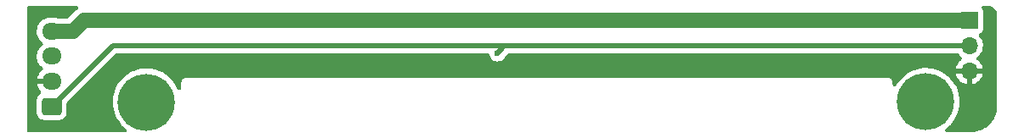
<source format=gbr>
%TF.GenerationSoftware,KiCad,Pcbnew,(6.0.6)*%
%TF.CreationDate,2023-03-10T08:43:37+05:30*%
%TF.ProjectId,ws2812-light,77733238-3132-42d6-9c69-6768742e6b69,rev?*%
%TF.SameCoordinates,Original*%
%TF.FileFunction,Copper,L2,Bot*%
%TF.FilePolarity,Positive*%
%FSLAX46Y46*%
G04 Gerber Fmt 4.6, Leading zero omitted, Abs format (unit mm)*
G04 Created by KiCad (PCBNEW (6.0.6)) date 2023-03-10 08:43:37*
%MOMM*%
%LPD*%
G01*
G04 APERTURE LIST*
G04 Aperture macros list*
%AMRoundRect*
0 Rectangle with rounded corners*
0 $1 Rounding radius*
0 $2 $3 $4 $5 $6 $7 $8 $9 X,Y pos of 4 corners*
0 Add a 4 corners polygon primitive as box body*
4,1,4,$2,$3,$4,$5,$6,$7,$8,$9,$2,$3,0*
0 Add four circle primitives for the rounded corners*
1,1,$1+$1,$2,$3*
1,1,$1+$1,$4,$5*
1,1,$1+$1,$6,$7*
1,1,$1+$1,$8,$9*
0 Add four rect primitives between the rounded corners*
20,1,$1+$1,$2,$3,$4,$5,0*
20,1,$1+$1,$4,$5,$6,$7,0*
20,1,$1+$1,$6,$7,$8,$9,0*
20,1,$1+$1,$8,$9,$2,$3,0*%
G04 Aperture macros list end*
%TA.AperFunction,ComponentPad*%
%ADD10C,5.700000*%
%TD*%
%TA.AperFunction,ComponentPad*%
%ADD11R,1.700000X1.700000*%
%TD*%
%TA.AperFunction,ComponentPad*%
%ADD12O,1.700000X1.700000*%
%TD*%
%TA.AperFunction,ComponentPad*%
%ADD13RoundRect,0.250000X0.725000X-0.600000X0.725000X0.600000X-0.725000X0.600000X-0.725000X-0.600000X0*%
%TD*%
%TA.AperFunction,ComponentPad*%
%ADD14O,1.950000X1.700000*%
%TD*%
%TA.AperFunction,ViaPad*%
%ADD15C,0.600000*%
%TD*%
%TA.AperFunction,ViaPad*%
%ADD16C,1.500000*%
%TD*%
%TA.AperFunction,ViaPad*%
%ADD17C,1.300000*%
%TD*%
%TA.AperFunction,ViaPad*%
%ADD18C,1.400000*%
%TD*%
%TA.AperFunction,Conductor*%
%ADD19C,0.400000*%
%TD*%
%TA.AperFunction,Conductor*%
%ADD20C,0.500000*%
%TD*%
%TA.AperFunction,Conductor*%
%ADD21C,1.500000*%
%TD*%
G04 APERTURE END LIST*
D10*
%TO.P,H2,1,1*%
%TO.N,unconnected-(H2-Pad1)*%
X164846000Y-119634000D03*
%TD*%
D11*
%TO.P,J2,1,Pin_1*%
%TO.N,+5V*%
X169175000Y-111475000D03*
D12*
%TO.P,J2,2,Pin_2*%
%TO.N,DOUT*%
X169175000Y-114015000D03*
%TO.P,J2,3,Pin_3*%
%TO.N,GND*%
X169175000Y-116555000D03*
%TD*%
D10*
%TO.P,H1,1,1*%
%TO.N,unconnected-(H1-Pad1)*%
X87200000Y-119675000D03*
%TD*%
D13*
%TO.P,J1,1,Pin_1*%
%TO.N,DOUT*%
X77750000Y-120100000D03*
D14*
%TO.P,J1,2,Pin_2*%
%TO.N,GND*%
X77750000Y-117600000D03*
%TO.P,J1,3,Pin_3*%
%TO.N,DIN*%
X77750000Y-115100000D03*
%TO.P,J1,4,Pin_4*%
%TO.N,+5V*%
X77750000Y-112600000D03*
%TD*%
D15*
%TO.N,GND*%
X123444000Y-116332000D03*
X117856000Y-116078000D03*
%TO.N,DOUT*%
X122174000Y-114808000D03*
D16*
%TO.N,+5V*%
X126777000Y-111475000D03*
X143541000Y-111475000D03*
D17*
X110000000Y-111400000D03*
D16*
X93503000Y-111475000D03*
X160051000Y-111475000D03*
D18*
X101631000Y-111475000D03*
D16*
X135159000Y-111475000D03*
X118649000Y-111475000D03*
X151415000Y-111475000D03*
%TD*%
D19*
%TO.N,GND*%
X118110000Y-116332000D02*
X117856000Y-116078000D01*
X123444000Y-116332000D02*
X118110000Y-116332000D01*
D20*
%TO.N,DOUT*%
X122651000Y-114331000D02*
X122174000Y-114808000D01*
X122651000Y-114015000D02*
X122651000Y-114331000D01*
X122651000Y-114015000D02*
X169175000Y-114015000D01*
X83835000Y-114015000D02*
X122651000Y-114015000D01*
D21*
%TO.N,+5V*%
X101631000Y-111475000D02*
X93503000Y-111475000D01*
X169175000Y-111475000D02*
X160051000Y-111475000D01*
X151415000Y-111475000D02*
X143541000Y-111475000D01*
X135159000Y-111475000D02*
X126777000Y-111475000D01*
X81000300Y-111475000D02*
X79875300Y-112600000D01*
X77750000Y-112600000D02*
X79875300Y-112600000D01*
X93503000Y-111475000D02*
X81000300Y-111475000D01*
X143541000Y-111475000D02*
X135159000Y-111475000D01*
X160051000Y-111475000D02*
X151415000Y-111475000D01*
X110013000Y-111475000D02*
X101631000Y-111475000D01*
X126777000Y-111475000D02*
X118649000Y-111475000D01*
X118649000Y-111475000D02*
X110013000Y-111475000D01*
D20*
%TO.N,DOUT*%
X77750000Y-120100000D02*
X83835000Y-114015000D01*
%TD*%
%TA.AperFunction,Conductor*%
%TO.N,GND*%
G36*
X170938125Y-110032671D02*
G01*
X171050835Y-110034224D01*
X171086697Y-110037987D01*
X171227607Y-110065861D01*
X171262208Y-110076037D01*
X171395769Y-110128888D01*
X171427968Y-110145145D01*
X171549792Y-110221235D01*
X171578523Y-110243034D01*
X171684618Y-110339873D01*
X171708940Y-110366499D01*
X171795806Y-110480891D01*
X171814927Y-110511476D01*
X171879714Y-110639664D01*
X171893000Y-110673198D01*
X171933586Y-110810983D01*
X171940600Y-110846366D01*
X171953158Y-110965585D01*
X171954253Y-110986039D01*
X171954255Y-110986973D01*
X171952272Y-111001015D01*
X171954310Y-111015047D01*
X171955404Y-111022580D01*
X171957469Y-111051296D01*
X171955788Y-113862325D01*
X171952299Y-119698481D01*
X171952152Y-119943995D01*
X171950551Y-119969064D01*
X171946956Y-119997225D01*
X171949180Y-120011228D01*
X171949277Y-120017575D01*
X171951041Y-120045277D01*
X171943491Y-120293408D01*
X171941459Y-120316351D01*
X171935689Y-120355529D01*
X171900856Y-120592026D01*
X171896187Y-120614581D01*
X171864837Y-120731467D01*
X171828977Y-120865170D01*
X171824001Y-120883721D01*
X171816758Y-120905582D01*
X171736776Y-121107080D01*
X171713951Y-121164583D01*
X171704230Y-121185460D01*
X171640141Y-121304560D01*
X171572186Y-121430843D01*
X171560115Y-121450461D01*
X171400608Y-121678930D01*
X171386352Y-121697022D01*
X171201501Y-121905542D01*
X171185250Y-121921864D01*
X171118973Y-121981139D01*
X170977542Y-122107628D01*
X170959524Y-122121954D01*
X170775635Y-122251539D01*
X170731745Y-122282468D01*
X170712181Y-122294624D01*
X170467378Y-122427743D01*
X170446541Y-122437557D01*
X170187999Y-122541494D01*
X170166173Y-122548832D01*
X169897347Y-122622198D01*
X169874813Y-122626966D01*
X169599325Y-122668775D01*
X169576390Y-122670907D01*
X169336418Y-122679262D01*
X169320919Y-122678154D01*
X169320890Y-122678977D01*
X169306726Y-122678476D01*
X169292768Y-122675971D01*
X169278670Y-122677484D01*
X169278665Y-122677484D01*
X169257852Y-122679718D01*
X169236483Y-122680855D01*
X166979931Y-122679341D01*
X166893603Y-122659576D01*
X166824398Y-122604311D01*
X166786026Y-122524492D01*
X166786085Y-122435929D01*
X166824565Y-122356162D01*
X166860582Y-122321204D01*
X167003673Y-122213768D01*
X167003678Y-122213764D01*
X167007973Y-122210539D01*
X167273592Y-121961977D01*
X167322134Y-121905542D01*
X167507305Y-121690261D01*
X167507309Y-121690256D01*
X167510813Y-121686182D01*
X167716861Y-121386381D01*
X167883872Y-121076207D01*
X167886768Y-121070829D01*
X167886768Y-121070828D01*
X167889325Y-121066080D01*
X167963373Y-120883721D01*
X168024163Y-120734015D01*
X168024165Y-120734008D01*
X168026188Y-120729027D01*
X168028758Y-120720007D01*
X168114171Y-120420164D01*
X168125850Y-120379164D01*
X168187143Y-120020583D01*
X168188712Y-119994939D01*
X168209177Y-119660326D01*
X168209351Y-119657481D01*
X168209433Y-119634000D01*
X168193789Y-119345139D01*
X168190052Y-119276136D01*
X168190051Y-119276129D01*
X168189760Y-119270751D01*
X168130972Y-118911752D01*
X168127794Y-118900290D01*
X168035198Y-118566402D01*
X168033756Y-118561202D01*
X167899249Y-118223201D01*
X167729025Y-117901704D01*
X167725442Y-117896411D01*
X167528090Y-117604924D01*
X167528089Y-117604923D01*
X167525075Y-117600471D01*
X167289785Y-117323027D01*
X167285881Y-117319322D01*
X167285876Y-117319317D01*
X167069113Y-117113617D01*
X167025908Y-117072617D01*
X166736530Y-116852170D01*
X166701005Y-116830740D01*
X167845009Y-116830740D01*
X167872906Y-116954525D01*
X167877773Y-116970054D01*
X167955637Y-117161812D01*
X167962987Y-117176363D01*
X168071126Y-117352829D01*
X168080734Y-117365958D01*
X168216257Y-117522409D01*
X168227885Y-117533796D01*
X168387134Y-117666007D01*
X168400458Y-117675337D01*
X168579171Y-117779769D01*
X168593840Y-117786797D01*
X168787206Y-117860636D01*
X168802833Y-117865176D01*
X168899028Y-117884747D01*
X168917477Y-117884310D01*
X168920736Y-117869209D01*
X169429000Y-117869209D01*
X169433330Y-117888179D01*
X169434690Y-117888834D01*
X169446404Y-117889402D01*
X169450212Y-117888915D01*
X169466132Y-117885531D01*
X169664385Y-117826052D01*
X169679534Y-117820115D01*
X169865396Y-117729061D01*
X169879392Y-117720718D01*
X170047884Y-117600534D01*
X170060321Y-117590025D01*
X170206931Y-117443925D01*
X170217474Y-117431537D01*
X170338255Y-117263454D01*
X170346643Y-117249492D01*
X170438349Y-117063941D01*
X170444336Y-117048819D01*
X170504506Y-116850776D01*
X170507946Y-116834867D01*
X170508425Y-116831228D01*
X170506608Y-116811858D01*
X170505497Y-116811130D01*
X170493633Y-116809000D01*
X169451423Y-116809000D01*
X169432453Y-116813330D01*
X169429000Y-116820500D01*
X169429000Y-117869209D01*
X168920736Y-117869209D01*
X168921000Y-117867987D01*
X168921000Y-116831423D01*
X168916670Y-116812453D01*
X168909500Y-116809000D01*
X167862533Y-116809000D01*
X167845034Y-116812994D01*
X167845009Y-116830740D01*
X166701005Y-116830740D01*
X166490367Y-116703675D01*
X166429650Y-116667048D01*
X166429645Y-116667045D01*
X166425036Y-116664265D01*
X166095071Y-116511100D01*
X166089969Y-116509373D01*
X165755594Y-116396193D01*
X165755590Y-116396192D01*
X165750494Y-116394467D01*
X165745242Y-116393303D01*
X165745236Y-116393301D01*
X165585536Y-116357897D01*
X165395336Y-116315731D01*
X165141675Y-116287726D01*
X165039097Y-116276401D01*
X165039095Y-116276401D01*
X165033752Y-116275811D01*
X164855060Y-116275499D01*
X164675353Y-116275185D01*
X164675346Y-116275185D01*
X164669972Y-116275176D01*
X164664623Y-116275748D01*
X164664616Y-116275748D01*
X164313601Y-116313261D01*
X164313598Y-116313261D01*
X164308250Y-116313833D01*
X164302997Y-116314978D01*
X164302993Y-116314979D01*
X163958089Y-116390181D01*
X163958086Y-116390182D01*
X163952820Y-116391330D01*
X163947710Y-116393040D01*
X163947702Y-116393042D01*
X163752069Y-116458500D01*
X163607838Y-116506759D01*
X163602947Y-116509009D01*
X163602941Y-116509011D01*
X163404936Y-116600084D01*
X163277340Y-116658771D01*
X162965192Y-116845588D01*
X162960904Y-116848831D01*
X162960898Y-116848835D01*
X162679336Y-117061778D01*
X162679330Y-117061783D01*
X162675046Y-117065023D01*
X162410296Y-117314511D01*
X162406796Y-117318609D01*
X162406795Y-117318610D01*
X162200889Y-117559696D01*
X162174040Y-117591132D01*
X162171015Y-117595566D01*
X162171010Y-117595573D01*
X161973215Y-117885531D01*
X161969040Y-117891651D01*
X161966501Y-117896406D01*
X161966498Y-117896411D01*
X161919043Y-117985286D01*
X161860990Y-118052169D01*
X161779667Y-118087241D01*
X161691181Y-118083554D01*
X161613057Y-118041840D01*
X161560768Y-117970360D01*
X161544500Y-117891555D01*
X161544500Y-117758741D01*
X161544504Y-117757525D01*
X161544800Y-117709102D01*
X161544976Y-117680279D01*
X161538217Y-117656630D01*
X161532566Y-117630155D01*
X161531090Y-117619847D01*
X161531090Y-117619846D01*
X161529080Y-117605813D01*
X161520696Y-117587373D01*
X161510513Y-117559696D01*
X161508845Y-117553859D01*
X161508844Y-117553857D01*
X161504949Y-117540229D01*
X161491827Y-117519432D01*
X161478970Y-117495604D01*
X161474660Y-117486125D01*
X161468792Y-117473218D01*
X161455575Y-117457879D01*
X161438030Y-117434168D01*
X161434790Y-117429033D01*
X161434788Y-117429031D01*
X161427224Y-117417042D01*
X161416598Y-117407657D01*
X161416596Y-117407655D01*
X161408783Y-117400754D01*
X161389768Y-117381505D01*
X161382969Y-117373615D01*
X161373713Y-117362873D01*
X161356716Y-117351856D01*
X161333228Y-117334027D01*
X161318049Y-117320622D01*
X161305215Y-117314596D01*
X161305210Y-117314593D01*
X161295787Y-117310169D01*
X161272132Y-117297030D01*
X161251485Y-117283648D01*
X161232081Y-117277845D01*
X161204531Y-117267326D01*
X161186200Y-117258719D01*
X161161893Y-117254934D01*
X161135502Y-117248962D01*
X161125515Y-117245975D01*
X161125512Y-117245975D01*
X161111934Y-117241914D01*
X161097762Y-117241827D01*
X161097759Y-117241827D01*
X161080907Y-117241724D01*
X161077043Y-117241701D01*
X161076853Y-117241693D01*
X161075614Y-117241500D01*
X161044741Y-117241500D01*
X161043525Y-117241496D01*
X160966279Y-117241024D01*
X160964790Y-117241450D01*
X160964050Y-117241500D01*
X91194741Y-117241500D01*
X91193525Y-117241496D01*
X91116279Y-117241024D01*
X91102652Y-117244919D01*
X91102650Y-117244919D01*
X91092630Y-117247783D01*
X91066155Y-117253434D01*
X91055847Y-117254910D01*
X91055846Y-117254910D01*
X91041813Y-117256920D01*
X91028909Y-117262787D01*
X91023373Y-117265304D01*
X90995696Y-117275487D01*
X90989859Y-117277155D01*
X90989857Y-117277156D01*
X90976229Y-117281051D01*
X90964241Y-117288615D01*
X90964239Y-117288616D01*
X90955432Y-117294173D01*
X90931605Y-117307029D01*
X90909218Y-117317208D01*
X90898478Y-117326463D01*
X90898477Y-117326463D01*
X90893879Y-117330425D01*
X90870168Y-117347970D01*
X90865033Y-117351210D01*
X90865031Y-117351212D01*
X90853042Y-117358776D01*
X90843657Y-117369402D01*
X90843655Y-117369404D01*
X90836754Y-117377217D01*
X90817505Y-117396232D01*
X90798873Y-117412287D01*
X90788019Y-117429033D01*
X90787859Y-117429280D01*
X90770027Y-117452772D01*
X90756622Y-117467951D01*
X90750596Y-117480785D01*
X90750593Y-117480790D01*
X90746169Y-117490213D01*
X90733030Y-117513868D01*
X90719648Y-117534515D01*
X90715586Y-117548098D01*
X90713846Y-117553917D01*
X90703326Y-117581469D01*
X90694719Y-117599800D01*
X90690934Y-117624107D01*
X90684962Y-117650498D01*
X90677914Y-117674066D01*
X90677827Y-117688238D01*
X90677827Y-117688241D01*
X90677701Y-117708954D01*
X90677693Y-117709147D01*
X90677500Y-117710386D01*
X90677500Y-117741259D01*
X90677496Y-117742474D01*
X90677024Y-117819721D01*
X90677450Y-117821210D01*
X90677500Y-117821950D01*
X90677500Y-118292026D01*
X90657793Y-118378369D01*
X90602574Y-118447610D01*
X90522782Y-118486037D01*
X90434218Y-118486037D01*
X90354426Y-118447610D01*
X90299207Y-118378369D01*
X90293603Y-118365606D01*
X90255240Y-118269204D01*
X90255240Y-118269203D01*
X90253249Y-118264201D01*
X90250231Y-118258500D01*
X90085545Y-117947464D01*
X90083025Y-117942704D01*
X90051683Y-117896411D01*
X89882090Y-117645924D01*
X89882089Y-117645923D01*
X89879075Y-117641471D01*
X89643785Y-117364027D01*
X89639881Y-117360322D01*
X89639876Y-117360317D01*
X89383813Y-117117323D01*
X89379908Y-117113617D01*
X89090530Y-116893170D01*
X88988171Y-116831423D01*
X88783650Y-116708048D01*
X88783645Y-116708045D01*
X88779036Y-116705265D01*
X88449071Y-116552100D01*
X88443969Y-116550373D01*
X88109594Y-116437193D01*
X88109590Y-116437192D01*
X88104494Y-116435467D01*
X88099242Y-116434303D01*
X88099236Y-116434301D01*
X87919553Y-116394467D01*
X87749336Y-116356731D01*
X87574048Y-116337379D01*
X87393097Y-116317401D01*
X87393095Y-116317401D01*
X87387752Y-116316811D01*
X87209060Y-116316499D01*
X87029353Y-116316185D01*
X87029346Y-116316185D01*
X87023972Y-116316176D01*
X87018623Y-116316748D01*
X87018616Y-116316748D01*
X86667601Y-116354261D01*
X86667598Y-116354261D01*
X86662250Y-116354833D01*
X86656997Y-116355978D01*
X86656993Y-116355979D01*
X86312089Y-116431181D01*
X86312086Y-116431182D01*
X86306820Y-116432330D01*
X86301710Y-116434040D01*
X86301702Y-116434042D01*
X86064622Y-116513368D01*
X85961838Y-116547759D01*
X85956947Y-116550009D01*
X85956941Y-116550011D01*
X85810056Y-116617571D01*
X85631340Y-116699771D01*
X85319192Y-116886588D01*
X85314904Y-116889831D01*
X85314898Y-116889835D01*
X85033336Y-117102778D01*
X85033330Y-117102783D01*
X85029046Y-117106023D01*
X84860021Y-117265304D01*
X84776709Y-117343814D01*
X84764296Y-117355511D01*
X84760796Y-117359609D01*
X84760795Y-117359610D01*
X84559264Y-117595573D01*
X84528040Y-117632132D01*
X84525015Y-117636566D01*
X84525010Y-117636573D01*
X84326074Y-117928203D01*
X84323040Y-117932651D01*
X84320503Y-117937402D01*
X84320502Y-117937404D01*
X84302905Y-117970360D01*
X84151694Y-118253552D01*
X84149691Y-118258535D01*
X84149689Y-118258539D01*
X84106649Y-118365606D01*
X84016009Y-118591081D01*
X84014554Y-118596256D01*
X84014553Y-118596260D01*
X83925872Y-118911752D01*
X83917569Y-118941290D01*
X83916683Y-118946587D01*
X83916681Y-118946594D01*
X83903277Y-119026697D01*
X83857528Y-119300082D01*
X83836587Y-119663259D01*
X83842076Y-119771609D01*
X83854689Y-120020583D01*
X83854992Y-120026574D01*
X83912527Y-120385777D01*
X83913949Y-120390975D01*
X84006430Y-120729027D01*
X84008519Y-120736664D01*
X84010494Y-120741677D01*
X84010494Y-120741678D01*
X84125695Y-121034133D01*
X84141845Y-121075133D01*
X84144344Y-121079893D01*
X84144345Y-121079895D01*
X84308265Y-121392115D01*
X84310946Y-121397222D01*
X84344749Y-121447526D01*
X84510836Y-121694691D01*
X84510842Y-121694698D01*
X84513843Y-121699165D01*
X84517313Y-121703286D01*
X84517317Y-121703291D01*
X84744699Y-121973315D01*
X84744704Y-121973320D01*
X84748163Y-121977428D01*
X84752043Y-121981136D01*
X84752046Y-121981139D01*
X84834768Y-122060190D01*
X85011165Y-122228758D01*
X85015440Y-122232038D01*
X85149130Y-122334623D01*
X85205633Y-122402820D01*
X85226951Y-122488780D01*
X85208862Y-122575476D01*
X85154948Y-122645738D01*
X85075887Y-122685649D01*
X85027986Y-122691500D01*
X75542220Y-122691500D01*
X75518746Y-122690111D01*
X75487666Y-122686419D01*
X75483467Y-122687124D01*
X75402871Y-122670754D01*
X75332323Y-122617215D01*
X75291991Y-122538369D01*
X75288153Y-122492227D01*
X75286985Y-122492297D01*
X75283856Y-122440046D01*
X75283500Y-122428150D01*
X75283500Y-110232500D01*
X75303207Y-110146157D01*
X75358426Y-110076916D01*
X75438218Y-110038489D01*
X75482500Y-110033500D01*
X80231595Y-110033500D01*
X80317938Y-110053207D01*
X80387179Y-110108426D01*
X80425606Y-110188218D01*
X80425606Y-110276782D01*
X80387179Y-110356574D01*
X80347720Y-110394105D01*
X80290657Y-110435109D01*
X80283787Y-110439830D01*
X80221523Y-110480729D01*
X80221519Y-110480732D01*
X80215425Y-110484735D01*
X80206122Y-110493024D01*
X80197500Y-110500706D01*
X80182657Y-110512597D01*
X80181843Y-110513299D01*
X80174646Y-110518471D01*
X80123251Y-110571506D01*
X80100675Y-110594803D01*
X80098482Y-110597030D01*
X79412298Y-111283214D01*
X79337310Y-111330333D01*
X79271584Y-111341500D01*
X78424513Y-111341500D01*
X78356614Y-111329558D01*
X78238099Y-111286539D01*
X78238096Y-111286538D01*
X78230175Y-111283663D01*
X78089351Y-111258198D01*
X78009768Y-111243807D01*
X78009766Y-111243807D01*
X78003308Y-111242639D01*
X77985835Y-111241815D01*
X77981512Y-111241611D01*
X77981507Y-111241611D01*
X77979156Y-111241500D01*
X77567110Y-111241500D01*
X77395280Y-111256080D01*
X77387119Y-111258198D01*
X77387120Y-111258198D01*
X77180279Y-111311883D01*
X77180275Y-111311885D01*
X77172128Y-111313999D01*
X77164457Y-111317455D01*
X77164450Y-111317457D01*
X76969610Y-111405226D01*
X76961925Y-111408688D01*
X76954932Y-111413396D01*
X76777673Y-111532733D01*
X76777668Y-111532737D01*
X76770681Y-111537441D01*
X76603865Y-111696576D01*
X76466246Y-111881542D01*
X76361760Y-112087051D01*
X76293393Y-112307227D01*
X76263102Y-112535774D01*
X76271751Y-112766158D01*
X76319093Y-112991791D01*
X76403776Y-113206221D01*
X76408148Y-113213425D01*
X76408150Y-113213430D01*
X76478806Y-113329867D01*
X76523377Y-113403317D01*
X76528908Y-113409691D01*
X76666462Y-113568208D01*
X76674477Y-113577445D01*
X76684191Y-113585410D01*
X76819088Y-113696019D01*
X76873361Y-113766005D01*
X76891893Y-113852607D01*
X76871014Y-113938674D01*
X76814860Y-114007159D01*
X76804044Y-114014980D01*
X76777675Y-114032732D01*
X76777672Y-114032734D01*
X76770681Y-114037441D01*
X76603865Y-114196576D01*
X76466246Y-114381542D01*
X76361760Y-114587051D01*
X76359260Y-114595103D01*
X76303866Y-114773500D01*
X76293393Y-114807227D01*
X76263102Y-115035774D01*
X76271751Y-115266158D01*
X76319093Y-115491791D01*
X76359288Y-115593571D01*
X76369910Y-115620466D01*
X76403776Y-115706221D01*
X76408148Y-115713425D01*
X76408150Y-115713430D01*
X76471883Y-115818458D01*
X76523377Y-115903317D01*
X76674477Y-116077445D01*
X76815569Y-116193133D01*
X76819491Y-116196349D01*
X76873763Y-116266334D01*
X76892296Y-116352937D01*
X76871417Y-116439004D01*
X76815263Y-116507489D01*
X76804451Y-116515308D01*
X76777981Y-116533129D01*
X76764901Y-116543645D01*
X76610341Y-116691090D01*
X76599207Y-116703675D01*
X76471701Y-116875050D01*
X76462857Y-116889313D01*
X76366041Y-117079734D01*
X76359728Y-117095282D01*
X76296382Y-117299289D01*
X76292777Y-117315684D01*
X76291705Y-117323774D01*
X76293504Y-117343146D01*
X76294575Y-117343849D01*
X76306527Y-117346000D01*
X77805000Y-117346000D01*
X77891343Y-117365707D01*
X77960584Y-117420926D01*
X77999011Y-117500718D01*
X78004000Y-117545000D01*
X78004000Y-117655000D01*
X77984293Y-117741343D01*
X77929074Y-117810584D01*
X77849282Y-117849011D01*
X77805000Y-117854000D01*
X76313116Y-117854000D01*
X76295265Y-117858074D01*
X76295115Y-117875076D01*
X76317843Y-117983399D01*
X76322670Y-117999487D01*
X76401127Y-118198153D01*
X76408600Y-118213208D01*
X76519407Y-118395811D01*
X76529314Y-118409397D01*
X76661366Y-118561574D01*
X76703071Y-118639703D01*
X76706746Y-118728190D01*
X76671665Y-118809509D01*
X76615782Y-118861218D01*
X76550652Y-118901522D01*
X76425695Y-119026697D01*
X76332885Y-119177262D01*
X76329247Y-119188232D01*
X76329245Y-119188235D01*
X76290364Y-119305459D01*
X76277203Y-119345139D01*
X76266500Y-119449600D01*
X76266500Y-120750400D01*
X76277474Y-120856166D01*
X76333450Y-121023946D01*
X76426522Y-121174348D01*
X76551697Y-121299305D01*
X76702262Y-121392115D01*
X76713232Y-121395753D01*
X76713235Y-121395755D01*
X76859830Y-121444378D01*
X76859833Y-121444379D01*
X76870139Y-121447797D01*
X76880939Y-121448904D01*
X76880941Y-121448904D01*
X76969550Y-121457983D01*
X76969558Y-121457983D01*
X76974600Y-121458500D01*
X78525400Y-121458500D01*
X78578133Y-121453029D01*
X78620336Y-121448650D01*
X78620339Y-121448649D01*
X78631166Y-121447526D01*
X78700962Y-121424240D01*
X78787977Y-121395210D01*
X78787980Y-121395208D01*
X78798946Y-121391550D01*
X78949348Y-121298478D01*
X79074305Y-121173303D01*
X79140399Y-121066080D01*
X79161049Y-121032579D01*
X79161049Y-121032578D01*
X79167115Y-121022738D01*
X79222797Y-120854861D01*
X79233500Y-120750400D01*
X79233500Y-119771609D01*
X79253207Y-119685266D01*
X79291786Y-119630895D01*
X84090895Y-114831786D01*
X84165883Y-114784667D01*
X84231609Y-114773500D01*
X121177752Y-114773500D01*
X121264095Y-114793207D01*
X121333336Y-114848426D01*
X121371763Y-114928218D01*
X121375802Y-114953081D01*
X121378163Y-114977160D01*
X121435418Y-115149273D01*
X121529380Y-115304424D01*
X121655382Y-115434902D01*
X121664695Y-115440997D01*
X121664696Y-115440997D01*
X121696433Y-115461765D01*
X121807159Y-115534222D01*
X121977168Y-115597448D01*
X121988187Y-115598918D01*
X121988190Y-115598919D01*
X122093340Y-115612949D01*
X122156961Y-115621438D01*
X122337600Y-115604998D01*
X122348180Y-115601560D01*
X122348182Y-115601560D01*
X122499527Y-115552385D01*
X122510108Y-115548947D01*
X122519660Y-115543253D01*
X122519662Y-115543252D01*
X122656357Y-115461765D01*
X122665912Y-115456069D01*
X122673967Y-115448398D01*
X122673970Y-115448396D01*
X122789210Y-115338654D01*
X122789211Y-115338652D01*
X122797266Y-115330982D01*
X122827803Y-115285021D01*
X122891486Y-115189169D01*
X122897643Y-115179902D01*
X122901593Y-115169504D01*
X122904708Y-115163443D01*
X122940986Y-115113695D01*
X123136010Y-114918671D01*
X123158774Y-114899108D01*
X123162505Y-114896362D01*
X123162507Y-114896360D01*
X123171818Y-114889508D01*
X123204125Y-114851480D01*
X123213506Y-114841306D01*
X123214506Y-114840183D01*
X123214610Y-114840109D01*
X123215060Y-114839621D01*
X123218660Y-114836021D01*
X123219362Y-114836723D01*
X123286636Y-114788795D01*
X123363144Y-114773500D01*
X167943731Y-114773500D01*
X168030074Y-114793207D01*
X168094145Y-114842206D01*
X168215901Y-114982764D01*
X168215907Y-114982770D01*
X168221250Y-114988938D01*
X168227528Y-114994150D01*
X168393126Y-115131632D01*
X168391885Y-115133127D01*
X168443457Y-115190110D01*
X168468509Y-115275056D01*
X168454223Y-115362460D01*
X168403429Y-115435009D01*
X168389380Y-115446600D01*
X168276827Y-115531108D01*
X168264657Y-115541913D01*
X168121658Y-115691553D01*
X168111418Y-115704199D01*
X167994782Y-115875180D01*
X167986741Y-115889335D01*
X167899597Y-116077071D01*
X167893976Y-116092350D01*
X167839793Y-116287726D01*
X167841012Y-116298028D01*
X167843207Y-116299390D01*
X167852843Y-116301000D01*
X170489036Y-116301000D01*
X170505936Y-116297143D01*
X170505730Y-116278193D01*
X170466946Y-116123788D01*
X170461697Y-116108371D01*
X170379170Y-115918570D01*
X170371473Y-115904215D01*
X170259051Y-115730436D01*
X170249123Y-115717545D01*
X170109823Y-115564457D01*
X170097917Y-115553354D01*
X169954700Y-115440249D01*
X169899154Y-115371270D01*
X169879037Y-115285021D01*
X169898335Y-115198586D01*
X169953224Y-115129084D01*
X169962443Y-115122093D01*
X170054860Y-115056173D01*
X170213096Y-114898489D01*
X170343453Y-114717077D01*
X170442430Y-114516811D01*
X170507370Y-114303069D01*
X170536529Y-114081590D01*
X170538156Y-114015000D01*
X170525522Y-113861323D01*
X170520521Y-113800497D01*
X170520521Y-113800496D01*
X170519852Y-113792361D01*
X170508541Y-113747328D01*
X170481555Y-113639893D01*
X170465431Y-113575702D01*
X170462175Y-113568213D01*
X170462173Y-113568208D01*
X170379612Y-113378333D01*
X170376354Y-113370840D01*
X170255014Y-113183277D01*
X170237377Y-113163894D01*
X170180293Y-113101159D01*
X170136759Y-113024034D01*
X170131001Y-112935658D01*
X170164157Y-112853535D01*
X170229661Y-112793931D01*
X170257630Y-112780892D01*
X170258428Y-112780593D01*
X170258432Y-112780591D01*
X170271705Y-112775615D01*
X170388261Y-112688261D01*
X170475615Y-112571705D01*
X170526745Y-112435316D01*
X170533500Y-112373134D01*
X170533500Y-110576866D01*
X170526745Y-110514684D01*
X170475615Y-110378295D01*
X170455791Y-110351844D01*
X170419780Y-110270933D01*
X170422440Y-110182410D01*
X170463246Y-110103807D01*
X170534116Y-110050694D01*
X170615033Y-110033500D01*
X170822043Y-110033500D01*
X170837450Y-110034097D01*
X170883243Y-110037653D01*
X170897119Y-110034739D01*
X170911264Y-110033822D01*
X170911306Y-110034475D01*
X170930940Y-110032572D01*
X170938125Y-110032671D01*
G37*
%TD.AperFunction*%
%TD*%
M02*

</source>
